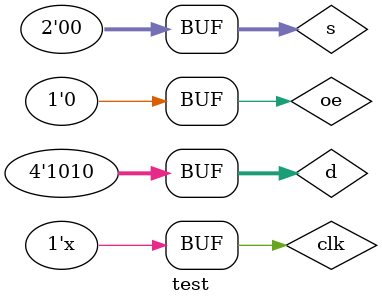
<source format=v>
`timescale 1ns / 1ps


module test;

	// Inputs
	reg oe;
	reg [1:0] s;
	reg clk;
	reg [3:0] d;

	// Outputs
	wire [3:0] q;

	// Instantiate the Unit Under Test (UUT)
	yiweijicunqi uut (
		.oe(oe), 
		.s(s), 
		.clk(clk), 
		.d(d), 
		.q(q)
	);

	initial begin
		// Initialize Inputs
		oe = 1;
		s = 0;
		clk = 0;
		d = 0;

		// Wait 100 ns for global reset to finish
		#100;
		oe = 0;
		s = 2'b11;
		d = 4'b1010;

		// Wait 100 ns for global reset to finish
		#100;
		oe = 0;
		s = 2'b00;
		d = 4'b1010;
		#100
		oe = 0;
		s = 2'b01;
		d = 4'b1010;

		// Wait 100 ns for global reset to finish
		#100;
		oe = 0;
		s = 2'b01;
		d = 4'b1010;

		// Wait 100 ns for global reset to finish
		#100;
		oe = 0;
		s = 2'b10;
		d = 4'b1010;

		// Wait 100 ns for global reset to finish
		#100;
		oe = 0;
		s = 2'b10;
		d = 4'b1010;

		// Wait 100 ns for global reset to finish
		#100;
		oe = 0;
		s = 2'b11;
		d = 4'b1110;

		// Wait 100 ns for global reset to finish
		#100;
		oe = 0;
		s = 2'b10;
		d = 4'b1010;

		// Wait 100 ns for global reset to finish
		#100;
		oe = 0;
		s = 2'b00;
		d = 4'b1010;

		// Wait 100 ns for global reset to finish
		#100;
		// Wait 100 ns for global reset to finish
		#100;
        
		// Add stimulus here

	end
   always #20 clk = ~clk;
endmodule


</source>
